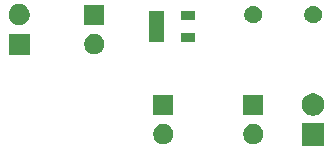
<source format=gbr>
G04 #@! TF.GenerationSoftware,KiCad,Pcbnew,5.1.5*
G04 #@! TF.CreationDate,2020-03-21T09:27:07+08:00*
G04 #@! TF.ProjectId,ece445_kicad,65636534-3435-45f6-9b69-6361642e6b69,rev?*
G04 #@! TF.SameCoordinates,Original*
G04 #@! TF.FileFunction,Soldermask,Top*
G04 #@! TF.FilePolarity,Negative*
%FSLAX46Y46*%
G04 Gerber Fmt 4.6, Leading zero omitted, Abs format (unit mm)*
G04 Created by KiCad (PCBNEW 5.1.5) date 2020-03-21 09:27:07*
%MOMM*%
%LPD*%
G04 APERTURE LIST*
%ADD10C,0.100000*%
G04 APERTURE END LIST*
D10*
G36*
X66991000Y-39051000D02*
G01*
X65089000Y-39051000D01*
X65089000Y-37149000D01*
X66991000Y-37149000D01*
X66991000Y-39051000D01*
G37*
G36*
X61208228Y-37241703D02*
G01*
X61363100Y-37305853D01*
X61502481Y-37398985D01*
X61621015Y-37517519D01*
X61714147Y-37656900D01*
X61778297Y-37811772D01*
X61811000Y-37976184D01*
X61811000Y-38143816D01*
X61778297Y-38308228D01*
X61714147Y-38463100D01*
X61621015Y-38602481D01*
X61502481Y-38721015D01*
X61363100Y-38814147D01*
X61208228Y-38878297D01*
X61043816Y-38911000D01*
X60876184Y-38911000D01*
X60711772Y-38878297D01*
X60556900Y-38814147D01*
X60417519Y-38721015D01*
X60298985Y-38602481D01*
X60205853Y-38463100D01*
X60141703Y-38308228D01*
X60109000Y-38143816D01*
X60109000Y-37976184D01*
X60141703Y-37811772D01*
X60205853Y-37656900D01*
X60298985Y-37517519D01*
X60417519Y-37398985D01*
X60556900Y-37305853D01*
X60711772Y-37241703D01*
X60876184Y-37209000D01*
X61043816Y-37209000D01*
X61208228Y-37241703D01*
G37*
G36*
X53588228Y-37241703D02*
G01*
X53743100Y-37305853D01*
X53882481Y-37398985D01*
X54001015Y-37517519D01*
X54094147Y-37656900D01*
X54158297Y-37811772D01*
X54191000Y-37976184D01*
X54191000Y-38143816D01*
X54158297Y-38308228D01*
X54094147Y-38463100D01*
X54001015Y-38602481D01*
X53882481Y-38721015D01*
X53743100Y-38814147D01*
X53588228Y-38878297D01*
X53423816Y-38911000D01*
X53256184Y-38911000D01*
X53091772Y-38878297D01*
X52936900Y-38814147D01*
X52797519Y-38721015D01*
X52678985Y-38602481D01*
X52585853Y-38463100D01*
X52521703Y-38308228D01*
X52489000Y-38143816D01*
X52489000Y-37976184D01*
X52521703Y-37811772D01*
X52585853Y-37656900D01*
X52678985Y-37517519D01*
X52797519Y-37398985D01*
X52936900Y-37305853D01*
X53091772Y-37241703D01*
X53256184Y-37209000D01*
X53423816Y-37209000D01*
X53588228Y-37241703D01*
G37*
G36*
X66317395Y-34645546D02*
G01*
X66490466Y-34717234D01*
X66490467Y-34717235D01*
X66646227Y-34821310D01*
X66778690Y-34953773D01*
X66778691Y-34953775D01*
X66882766Y-35109534D01*
X66954454Y-35282605D01*
X66991000Y-35466333D01*
X66991000Y-35653667D01*
X66954454Y-35837395D01*
X66882766Y-36010466D01*
X66882765Y-36010467D01*
X66778690Y-36166227D01*
X66646227Y-36298690D01*
X66567818Y-36351081D01*
X66490466Y-36402766D01*
X66317395Y-36474454D01*
X66133667Y-36511000D01*
X65946333Y-36511000D01*
X65762605Y-36474454D01*
X65589534Y-36402766D01*
X65512182Y-36351081D01*
X65433773Y-36298690D01*
X65301310Y-36166227D01*
X65197235Y-36010467D01*
X65197234Y-36010466D01*
X65125546Y-35837395D01*
X65089000Y-35653667D01*
X65089000Y-35466333D01*
X65125546Y-35282605D01*
X65197234Y-35109534D01*
X65301309Y-34953775D01*
X65301310Y-34953773D01*
X65433773Y-34821310D01*
X65589533Y-34717235D01*
X65589534Y-34717234D01*
X65762605Y-34645546D01*
X65946333Y-34609000D01*
X66133667Y-34609000D01*
X66317395Y-34645546D01*
G37*
G36*
X54191000Y-36411000D02*
G01*
X52489000Y-36411000D01*
X52489000Y-34709000D01*
X54191000Y-34709000D01*
X54191000Y-36411000D01*
G37*
G36*
X61811000Y-36411000D02*
G01*
X60109000Y-36411000D01*
X60109000Y-34709000D01*
X61811000Y-34709000D01*
X61811000Y-36411000D01*
G37*
G36*
X42049000Y-31381000D02*
G01*
X40247000Y-31381000D01*
X40247000Y-29579000D01*
X42049000Y-29579000D01*
X42049000Y-31381000D01*
G37*
G36*
X47746228Y-29621703D02*
G01*
X47901100Y-29685853D01*
X48040481Y-29778985D01*
X48159015Y-29897519D01*
X48252147Y-30036900D01*
X48316297Y-30191772D01*
X48349000Y-30356184D01*
X48349000Y-30523816D01*
X48316297Y-30688228D01*
X48252147Y-30843100D01*
X48159015Y-30982481D01*
X48040481Y-31101015D01*
X47901100Y-31194147D01*
X47746228Y-31258297D01*
X47581816Y-31291000D01*
X47414184Y-31291000D01*
X47249772Y-31258297D01*
X47094900Y-31194147D01*
X46955519Y-31101015D01*
X46836985Y-30982481D01*
X46743853Y-30843100D01*
X46679703Y-30688228D01*
X46647000Y-30523816D01*
X46647000Y-30356184D01*
X46679703Y-30191772D01*
X46743853Y-30036900D01*
X46836985Y-29897519D01*
X46955519Y-29778985D01*
X47094900Y-29685853D01*
X47249772Y-29621703D01*
X47414184Y-29589000D01*
X47581816Y-29589000D01*
X47746228Y-29621703D01*
G37*
G36*
X56072000Y-30276000D02*
G01*
X54832000Y-30276000D01*
X54832000Y-29536000D01*
X56072000Y-29536000D01*
X56072000Y-30276000D01*
G37*
G36*
X53372000Y-30276000D02*
G01*
X52132000Y-30276000D01*
X52132000Y-27636000D01*
X53372000Y-27636000D01*
X53372000Y-30276000D01*
G37*
G36*
X41261512Y-27043927D02*
G01*
X41410812Y-27073624D01*
X41574784Y-27141544D01*
X41722354Y-27240147D01*
X41847853Y-27365646D01*
X41946456Y-27513216D01*
X42014376Y-27677188D01*
X42049000Y-27851259D01*
X42049000Y-28028741D01*
X42014376Y-28202812D01*
X41946456Y-28366784D01*
X41847853Y-28514354D01*
X41722354Y-28639853D01*
X41574784Y-28738456D01*
X41410812Y-28806376D01*
X41261512Y-28836073D01*
X41236742Y-28841000D01*
X41059258Y-28841000D01*
X41034488Y-28836073D01*
X40885188Y-28806376D01*
X40721216Y-28738456D01*
X40573646Y-28639853D01*
X40448147Y-28514354D01*
X40349544Y-28366784D01*
X40281624Y-28202812D01*
X40247000Y-28028741D01*
X40247000Y-27851259D01*
X40281624Y-27677188D01*
X40349544Y-27513216D01*
X40448147Y-27365646D01*
X40573646Y-27240147D01*
X40721216Y-27141544D01*
X40885188Y-27073624D01*
X41034488Y-27043927D01*
X41059258Y-27039000D01*
X41236742Y-27039000D01*
X41261512Y-27043927D01*
G37*
G36*
X48349000Y-28791000D02*
G01*
X46647000Y-28791000D01*
X46647000Y-27089000D01*
X48349000Y-27089000D01*
X48349000Y-28791000D01*
G37*
G36*
X61179059Y-27217860D02*
G01*
X61232865Y-27240147D01*
X61315732Y-27274472D01*
X61438735Y-27356660D01*
X61543340Y-27461265D01*
X61578054Y-27513218D01*
X61625529Y-27584270D01*
X61682140Y-27720941D01*
X61711000Y-27866032D01*
X61711000Y-28013968D01*
X61708061Y-28028742D01*
X61682140Y-28159059D01*
X61625528Y-28295732D01*
X61543340Y-28418735D01*
X61438735Y-28523340D01*
X61315732Y-28605528D01*
X61315731Y-28605529D01*
X61315730Y-28605529D01*
X61179059Y-28662140D01*
X61033968Y-28691000D01*
X60886032Y-28691000D01*
X60740941Y-28662140D01*
X60604270Y-28605529D01*
X60604269Y-28605529D01*
X60604268Y-28605528D01*
X60481265Y-28523340D01*
X60376660Y-28418735D01*
X60294472Y-28295732D01*
X60237860Y-28159059D01*
X60211939Y-28028742D01*
X60209000Y-28013968D01*
X60209000Y-27866032D01*
X60237860Y-27720941D01*
X60294471Y-27584270D01*
X60341946Y-27513218D01*
X60376660Y-27461265D01*
X60481265Y-27356660D01*
X60604268Y-27274472D01*
X60687136Y-27240147D01*
X60740941Y-27217860D01*
X60886032Y-27189000D01*
X61033968Y-27189000D01*
X61179059Y-27217860D01*
G37*
G36*
X66259059Y-27217860D02*
G01*
X66312865Y-27240147D01*
X66395732Y-27274472D01*
X66518735Y-27356660D01*
X66623340Y-27461265D01*
X66658054Y-27513218D01*
X66705529Y-27584270D01*
X66762140Y-27720941D01*
X66791000Y-27866032D01*
X66791000Y-28013968D01*
X66788061Y-28028742D01*
X66762140Y-28159059D01*
X66705528Y-28295732D01*
X66623340Y-28418735D01*
X66518735Y-28523340D01*
X66395732Y-28605528D01*
X66395731Y-28605529D01*
X66395730Y-28605529D01*
X66259059Y-28662140D01*
X66113968Y-28691000D01*
X65966032Y-28691000D01*
X65820941Y-28662140D01*
X65684270Y-28605529D01*
X65684269Y-28605529D01*
X65684268Y-28605528D01*
X65561265Y-28523340D01*
X65456660Y-28418735D01*
X65374472Y-28295732D01*
X65317860Y-28159059D01*
X65291939Y-28028742D01*
X65289000Y-28013968D01*
X65289000Y-27866032D01*
X65317860Y-27720941D01*
X65374471Y-27584270D01*
X65421946Y-27513218D01*
X65456660Y-27461265D01*
X65561265Y-27356660D01*
X65684268Y-27274472D01*
X65767136Y-27240147D01*
X65820941Y-27217860D01*
X65966032Y-27189000D01*
X66113968Y-27189000D01*
X66259059Y-27217860D01*
G37*
G36*
X56072000Y-28376000D02*
G01*
X54832000Y-28376000D01*
X54832000Y-27636000D01*
X56072000Y-27636000D01*
X56072000Y-28376000D01*
G37*
M02*

</source>
